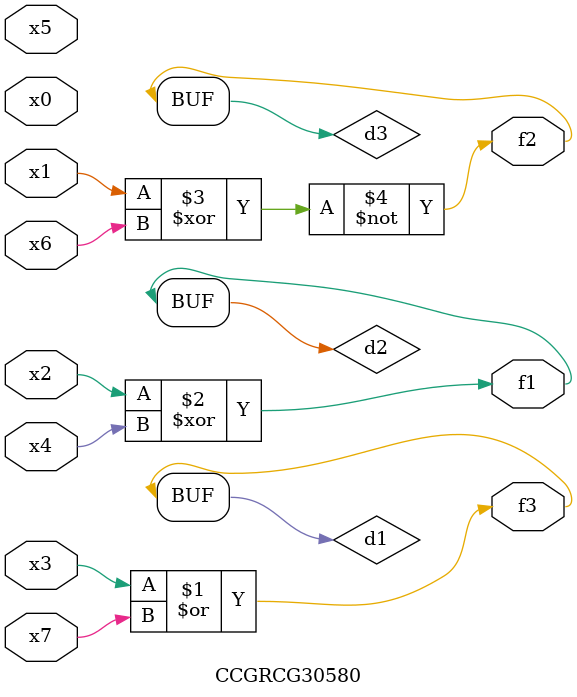
<source format=v>
module CCGRCG30580(
	input x0, x1, x2, x3, x4, x5, x6, x7,
	output f1, f2, f3
);

	wire d1, d2, d3;

	or (d1, x3, x7);
	xor (d2, x2, x4);
	xnor (d3, x1, x6);
	assign f1 = d2;
	assign f2 = d3;
	assign f3 = d1;
endmodule

</source>
